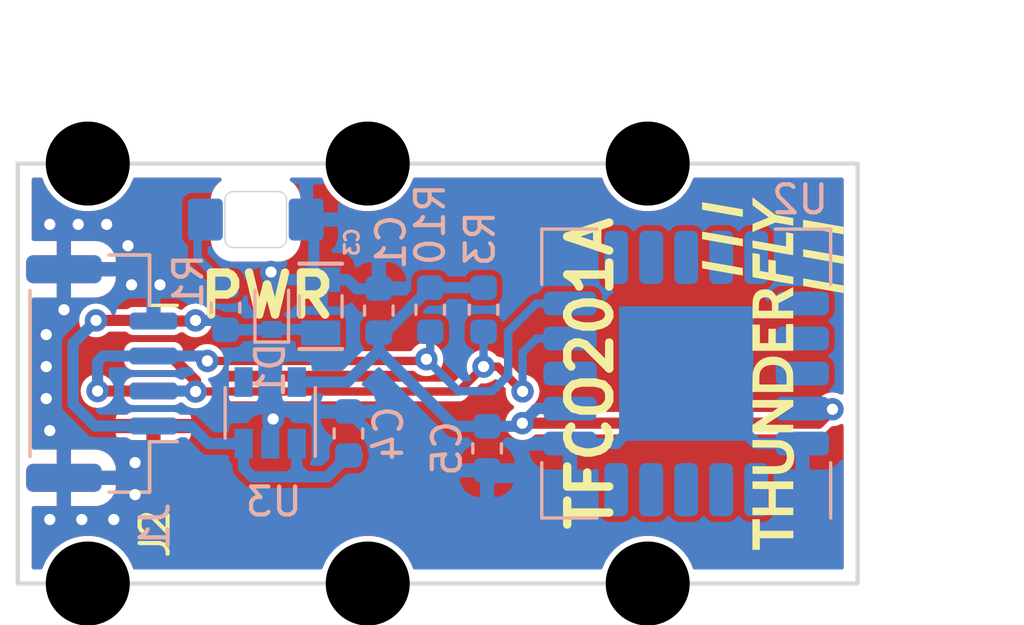
<source format=kicad_pcb>
(kicad_pcb (version 20221018) (generator pcbnew)
  (title_block (title "TFCO201A") (date "2023-10-01") (company "ThunderFly s.r.o.") (comment 1 "UAV CO2 concentration sensor. ") (comment 2 "kaklik  <info@thunderfly.cz>"))
  (layers (0 "F.Cu" jumper) (31 "B.Cu" signal) (34 "B.Paste" user) (35 "F.Paste" user) (36 "B.SilkS" user "B.Silkscreen") (37 "F.SilkS" user "F.Silkscreen") (38 "B.Mask" user) (39 "F.Mask" user) (44 "Edge.Cuts" user))
  (net 0 "")
  (net 1 "GND")
  (net 2 "Net-(D2-A)")
  (net 3 "+3V3")
  (net 4 "+5V")
  (net 5 "/SDA")
  (net 6 "/SCL")
  (footprint "MLAB_LOGA:TF 14x6,6" (layer "F.Cu") (at 159.55 112.710084 90)
    (fp_text reference "G***" hide)
    (fp_text value "LOGO" hide)
    (fp_poly (pts (xy -5.124078 -0.468329) (xy -5.53731 -0.468329) (xy -5.53731 0.725452) (xy -5.803615 0.725452) (xy -5.803615 -0.468329) (xy -6.216847 -0.468329) (xy -6.216847 -0.734635) (xy -5.124078 -0.734635)) (fill solid) (layer "F.SilkS"))
    (fp_poly (pts (xy 1.827405 -0.468329) (xy 1.166233 -0.468329) (xy 1.166233 -0.165583) (xy 1.42106 -0.163142) (xy 1.675886 -0.160701) (xy 1.680982 0.101013) (xy 1.166233 0.101013) (xy 1.166233 0.46833) (xy 1.845771 0.46833) (xy 1.845771 0.725452) (xy 0.890745 0.725452) (xy 0.890745 -0.734635) (xy 1.827405 -0.734635)) (fill solid) (layer "F.SilkS"))
    (fp_poly (pts (xy -3.774186 0.725452) (xy -4.049674 0.725452) (xy -4.049674 0.101013) (xy -4.710846 0.101013) (xy -4.710846 0.725452) (xy -4.977151 0.725452) (xy -4.977151 -0.734635) (xy -4.710846 -0.734635) (xy -4.710846 -0.15611) (xy -4.049936 -0.15611) (xy -4.047509 -0.443076) (xy -4.045083 -0.730043) (xy -3.909634 -0.732584) (xy -3.774186 -0.735126)) (fill solid) (layer "F.SilkS"))
    (fp_poly (pts (xy -0.867787 -0.730043) (xy -0.865436 -0.002295) (xy -0.863085 0.725452) (xy -1.09275 0.725452) (xy -1.42105 0.232976) (xy -1.749349 -0.259499) (xy -1.751724 0.232976) (xy -1.7541 0.725452) (xy -2.020245 0.725452) (xy -2.020245 -0.734635) (xy -1.889389 -0.73463) (xy -1.758532 -0.734625) (xy -1.450903 -0.269535) (xy -1.143275 0.195556) (xy -1.140895 -0.269784) (xy -1.138515 -0.735125)) (fill solid) (layer "F.SilkS"))
    (fp_poly (pts (xy 4.100542 -2.500304) (xy 4.098027 -2.485849) (xy 4.092589 -2.454782) (xy 4.084487 -2.408581) (xy 4.073981 -2.348721) (xy 4.06133 -2.27668) (xy 4.046794 -2.193935) (xy 4.030631 -2.101961) (xy 4.013102 -2.002236) (xy 3.994465 -1.896236) (xy 3.97498 -1.785438) (xy 3.972671 -1.772306) (xy 3.850728 -1.078995) (xy 3.716037 -1.076453) (xy 3.661304 -1.075775) (xy 3.622706 -1.076238) (xy 3.598035 -1.077993) (xy 3.585088 -1.081191) (xy 3.581636 -1.085636) (xy 3.583239 -1.096322) (xy 3.587795 -1.123703) (xy 3.595061 -1.16639) (xy 3.604797 -1.222993) (xy 3.616762 -1.292121) (xy 3.630713 -1.372383) (xy 3.646411 -1.462391) (xy 3.663612 -1.560753) (xy 3.682077 -1.66608) (xy 3.701563 -1.776981) (xy 3.708012 -1.81363) (xy 3.834098 -2.529899) (xy 4.106472 -2.534991)) (fill solid) (layer "F.SilkS"))
    (fp_poly (pts (xy 4.476586 1.076238) (xy 4.501275 1.07799) (xy 4.514239 1.081184) (xy 4.517705 1.085637) (xy 4.516099 1.096322) (xy 4.511539 1.123703) (xy 4.504267 1.166389) (xy 4.494523 1.222991) (xy 4.482549 1.292117) (xy 4.468587 1.372379) (xy 4.452878 1.462385) (xy 4.435664 1.560745) (xy 4.417186 1.666071) (xy 4.397686 1.77697) (xy 4.39123 1.81363) (xy 4.265055 2.529899) (xy 3.992879 2.534991) (xy 3.998827 2.500305) (xy 4.001344 2.485849) (xy 4.006781 2.454782) (xy 4.014878 2.408579) (xy 4.025378 2.348718) (xy 4.03802 2.276675) (xy 4.052545 2.193927) (xy 4.068694 2.101951) (xy 4.086209 2.002224) (xy 4.104829 1.896222) (xy 4.124295 1.785421) (xy 4.1266 1.772307) (xy 4.248424 1.078995) (xy 4.383214 1.076454) (xy 4.437967 1.075776)) (fill solid) (layer "F.SilkS"))
    (fp_poly (pts (xy 4.950768 -2.53329) (xy 4.995634 -2.532793) (xy 5.01549 -2.532447) (xy 5.148212 -2.529899) (xy 5.031054 -1.864136) (xy 5.01172 -1.754243) (xy 4.993096 -1.648327) (xy 4.975461 -1.547979) (xy 4.959095 -1.454791) (xy 4.944275 -1.370355) (xy 4.931282 -1.296262) (xy 4.920395 -1.234103) (xy 4.911893 -1.185472) (xy 4.906056 -1.151959) (xy 4.90337 -1.136388) (xy 4.892846 -1.074403) (xy 4.618667 -1.074403) (xy 4.623623 -1.095065) (xy 4.625964 -1.107204) (xy 4.631219 -1.136009) (xy 4.639135 -1.180057) (xy 4.649462 -1.237923) (xy 4.661945 -1.308183) (xy 4.676332 -1.389413) (xy 4.692371 -1.480189) (xy 4.70981 -1.579086) (xy 4.728396 -1.684681) (xy 4.747875 -1.795549) (xy 4.752562 -1.822249) (xy 4.772139 -1.933632) (xy 4.790844 -2.039692) (xy 4.808428 -2.13905) (xy 4.824645 -2.230329) (xy 4.839248 -2.312149) (xy 4.851991 -2.383132) (xy 4.862625 -2.4419) (xy 4.870906 -2.487075) (xy 4.876584 -2.517277) (xy 4.879415 -2.531129) (xy 4.879655 -2.531884) (xy 4.889445 -2.532822) (xy 4.914261 -2.533295)) (fill solid) (layer "F.SilkS"))
    (fp_poly (pts (xy 5.569735 1.095065) (xy 5.567438 1.107256) (xy 5.562241 1.13609) (xy 5.554401 1.180118) (xy 5.544173 1.237891) (xy 5.531811 1.30796) (xy 5.517572 1.388874) (xy 5.501711 1.479186) (xy 5.484483 1.577445) (xy 5.466143 1.682202) (xy 5.446946 1.792007) (xy 5.445575 1.799856) (xy 5.426306 1.910101) (xy 5.407861 2.015504) (xy 5.390497 2.114602) (xy 5.374471 2.205933) (xy 5.360041 2.288036) (xy 5.347463 2.359447) (xy 5.336996 2.418706) (xy 5.328896 2.46435) (xy 5.323421 2.494916) (xy 5.320827 2.508943) (xy 5.320767 2.509237) (xy 5.315461 2.534491) (xy 5.183038 2.534491) (xy 5.127905 2.534071) (xy 5.089112 2.532697) (xy 5.064651 2.530194) (xy 5.052514 2.526389) (xy 5.050275 2.523012) (xy 5.051773 2.512367) (xy 5.056216 2.485022) (xy 5.063365 2.442364) (xy 5.072982 2.385781) (xy 5.084828 2.31666) (xy 5.098664 2.236388) (xy 5.114251 2.146353) (xy 5.131351 2.047942) (xy 5.149725 1.942544) (xy 5.169134 1.831544) (xy 5.175893 1.792968) (xy 5.30185 1.074404) (xy 5.574392 1.074404)) (fill solid) (layer "F.SilkS"))
    (fp_poly (pts (xy 3.279489 1.075572) (xy 3.324327 1.076095) (xy 3.344383 1.076447) (xy 3.477293 1.078995) (xy 3.364404 1.721801) (xy 3.345295 1.830585) (xy 3.326771 1.93599) (xy 3.309131 2.036315) (xy 3.292675 2.12986) (xy 3.277702 2.214924) (xy 3.264512 2.289806) (xy 3.253403 2.352806) (xy 3.244676 2.402224) (xy 3.23863 2.436359) (xy 3.236279 2.449548) (xy 3.221042 2.534491) (xy 3.088974 2.534491) (xy 3.037353 2.534385) (xy 3.001305 2.533793) (xy 2.978036 2.5323) (xy 2.964754 2.529489) (xy 2.958664 2.524947) (xy 2.956975 2.518257) (xy 2.956906 2.514869) (xy 2.958446 2.5032) (xy 2.962873 2.475318) (xy 2.969895 2.432886) (xy 2.979221 2.377573) (xy 2.990558 2.311042) (xy 3.003616 2.234961) (xy 3.018103 2.150994) (xy 3.033727 2.060808) (xy 3.050196 1.966068) (xy 3.06722 1.86844) (xy 3.084507 1.76959) (xy 3.101764 1.671184) (xy 3.118702 1.574887) (xy 3.135027 1.482364) (xy 3.150448 1.395283) (xy 3.164675 1.315308) (xy 3.177415 1.244105) (xy 3.188377 1.183341) (xy 3.197269 1.13468) (xy 3.203799 1.099789) (xy 3.207677 1.080333) (xy 3.208609 1.076762) (xy 3.218307 1.075913) (xy 3.243041 1.075514)) (fill solid) (layer "F.SilkS"))
    (fp_poly (pts (xy 6.112598 -2.534042) (xy 6.152429 -2.532809) (xy 6.18175 -2.53096) (xy 6.197315 -2.528661) (xy 6.19897 -2.527603) (xy 6.197499 -2.517692) (xy 6.193088 -2.491063) (xy 6.185975 -2.449088) (xy 6.176397 -2.393139) (xy 6.164589 -2.324586) (xy 6.15079 -2.244801) (xy 6.135236 -2.155156) (xy 6.118164 -2.057022) (xy 6.099811 -1.951771) (xy 6.080414 -1.840773) (xy 6.072851 -1.797559) (xy 5.946244 -1.074403) (xy 5.673595 -1.074403) (xy 5.678877 -1.099656) (xy 5.681278 -1.1126) (xy 5.686576 -1.142174) (xy 5.694515 -1.186917) (xy 5.704837 -1.245367) (xy 5.717286 -1.316061) (xy 5.731604 -1.397538) (xy 5.747534 -1.488335) (xy 5.764818 -1.58699) (xy 5.7832 -1.692041) (xy 5.802423 -1.802027) (xy 5.803647 -1.809038) (xy 5.822892 -1.919143) (xy 5.8413 -2.024302) (xy 5.858615 -2.123064) (xy 5.874582 -2.21398) (xy 5.888945 -2.2956) (xy 5.901449 -2.366476) (xy 5.911839 -2.425158) (xy 5.91986 -2.470197) (xy 5.925255 -2.500143) (xy 5.92777 -2.513547) (xy 5.927832 -2.513828) (xy 5.930312 -2.521882) (xy 5.935403 -2.527514) (xy 5.945989 -2.531156) (xy 5.964956 -2.533241) (xy 5.995192 -2.534204) (xy 6.039582 -2.534477) (xy 6.065504 -2.53449)) (fill solid) (layer "F.SilkS"))
    (fp_poly (pts (xy 4.782627 -0.732828) (xy 4.812324 -0.73184) (xy 4.828336 -0.730216) (xy 4.830225 -0.729277) (xy 4.828674 -0.718833) (xy 4.824241 -0.692159) (xy 4.817249 -0.651107) (xy 4.808025 -0.597531) (xy 4.796895 -0.533283) (xy 4.784184 -0.460216) (xy 4.770218 -0.380184) (xy 4.755322 -0.295038) (xy 4.739823 -0.206633) (xy 4.724045 -0.116821) (xy 4.708315 -0.027455) (xy 4.692958 0.059613) (xy 4.678299 0.142528) (xy 4.664666 0.219439) (xy 4.652382 0.288493) (xy 4.641774 0.347835) (xy 4.633168 0.395614) (xy 4.626889 0.429977) (xy 4.623263 0.449071) (xy 4.622562 0.45226) (xy 4.622162 0.457008) (xy 4.62543 0.460719) (xy 4.634327 0.46352) (xy 4.650813 0.465538) (xy 4.67685 0.4669) (xy 4.714398 0.467733) (xy 4.765418 0.468163) (xy 4.831872 0.468317) (xy 4.871104 0.46833) (xy 5.124428 0.46833) (xy 5.119955 0.488992) (xy 5.116411 0.507125) (xy 5.110771 0.537901) (xy 5.104027 0.575855) (xy 5.10116 0.5923) (xy 5.094142 0.632369) (xy 5.087727 0.668239) (xy 5.082959 0.694092) (xy 5.081772 0.700199) (xy 5.076705 0.725452) (xy 4.691751 0.725452) (xy 4.593628 0.725342) (xy 4.512522 0.724984) (xy 4.447087 0.724338) (xy 4.395976 0.723365) (xy 4.35784 0.722023) (xy 4.331334 0.720273) (xy 4.31511 0.718075) (xy 4.307821 0.715388) (xy 4.307097 0.713974) (xy 4.308703 0.703327) (xy 4.313262 0.675985) (xy 4.320534 0.633336) (xy 4.330278 0.57677) (xy 4.342251 0.507676) (xy 4.356212 0.427445) (xy 4.37192 0.337464) (xy 4.389133 0.239125) (xy 4.40761 0.133816) (xy 4.427109 0.022927) (xy 4.433572 -0.013774) (xy 4.559747 -0.730043) (xy 4.694986 -0.732584) (xy 4.742447 -0.733102)) (fill solid) (layer "F.SilkS"))
    (fp_poly (pts (xy -0.245643 -0.732135) (xy -0.15679 -0.730815) (xy -0.084079 -0.729494) (xy -0.025287 -0.72804) (xy 0.021811 -0.726321) (xy 0.059437 -0.724206) (xy 0.089814 -0.721561) (xy 0.115167 -0.718255) (xy 0.137719 -0.714157) (xy 0.159692 -0.709133) (xy 0.165293 -0.707733) (xy 0.274807 -0.671415) (xy 0.372725 -0.62111) (xy 0.45846 -0.557398) (xy 0.531423 -0.480854) (xy 0.591028 -0.392058) (xy 0.636687 -0.291586) (xy 0.657717 -0.223746) (xy 0.674082 -0.138423) (xy 0.682268 -0.04402) (xy 0.682203 0.052677) (xy 0.673816 0.144878) (xy 0.662205 0.206245) (xy 0.627451 0.313968) (xy 0.578341 0.411575) (xy 0.51575 0.497946) (xy 0.440558 0.571964) (xy 0.353641 0.632509) (xy 0.30948 0.655759) (xy 0.277146 0.671003) (xy 0.24847 0.683599) (xy 0.221295 0.69382) (xy 0.193463 0.701939) (xy 0.162819 0.708229) (xy 0.127204 0.712962) (xy 0.084464 0.716411) (xy 0.032439 0.718849) (xy -0.031025 0.720549) (xy -0.108086 0.721783) (xy -0.200901 0.722823) (xy -0.222686 0.723043) (xy -0.578524 0.72662) (xy -0.578524 0.486696) (xy -0.312219 0.486696) (xy -0.142787 0.486696) (xy -0.084937 0.48613) (xy -0.029879 0.48456) (xy 0.01832 0.482179) (xy 0.055594 0.479181) (xy 0.075308 0.476363) (xy 0.153468 0.450926) (xy 0.221789 0.410325) (xy 0.279514 0.355358) (xy 0.325886 0.286826) (xy 0.360147 0.205526) (xy 0.371722 0.163675) (xy 0.380774 0.107602) (xy 0.385203 0.040431) (xy 0.385084 -0.031182) (xy 0.380494 -0.100581) (xy 0.371506 -0.16111) (xy 0.367884 -0.176855) (xy 0.348725 -0.240423) (xy 0.325818 -0.291709) (xy 0.295975 -0.336788) (xy 0.265685 -0.371707) (xy 0.230185 -0.405844) (xy 0.193765 -0.432775) (xy 0.153725 -0.453271) (xy 0.107371 -0.468105) (xy 0.052004 -0.478049) (xy -0.015071 -0.483875) (xy -0.096552 -0.486356) (xy -0.135448 -0.486586) (xy -0.312219 -0.486695) (xy -0.312219 0.486696) (xy -0.578524 0.486696) (xy -0.578524 -0.736784)) (fill solid) (layer "F.SilkS"))
    (fp_poly (pts (xy 2.373789 -0.729308) (xy 2.470002 -0.728908) (xy 2.550029 -0.728018) (xy 2.61605 -0.726386) (xy 2.670243 -0.723758) (xy 2.714789 -0.719882) (xy 2.751866 -0.714504) (xy 2.783652 -0.707372) (xy 2.812328 -0.698232) (xy 2.840072 -0.686831) (xy 2.869064 -0.672916) (xy 2.871964 -0.671453) (xy 2.944665 -0.625443) (xy 3.002676 -0.568439) (xy 3.04593 -0.50052) (xy 3.072657 -0.428382) (xy 3.081213 -0.380529) (xy 3.085343 -0.322349) (xy 3.085175 -0.260093) (xy 3.080837 -0.200013) (xy 3.072457 -0.14836) (xy 3.066487 -0.126737) (xy 3.031103 -0.049643) (xy 2.980474 0.017372) (xy 2.915067 0.073737) (xy 2.888034 0.091287) (xy 2.865606 0.104875) (xy 2.850793 0.11403) (xy 2.847992 0.115865) (xy 2.851434 0.12422) (xy 2.862684 0.146916) (xy 2.880798 0.182148) (xy 2.904833 0.228112) (xy 2.933844 0.283002) (xy 2.966887 0.345014) (xy 3.003018 0.412342) (xy 3.004102 0.414355) (xy 3.040564 0.482106) (xy 3.074258 0.54481) (xy 3.104195 0.600616) (xy 3.129385 0.647676) (xy 3.148838 0.684141) (xy 3.161564 0.708161) (xy 3.166574 0.717887) (xy 3.166583 0.717909) (xy 3.158959 0.720414) (xy 3.135916 0.722567) (xy 3.1004 0.724219) (xy 3.055355 0.725219) (xy 3.018148 0.725452) (xy 2.866651 0.725452) (xy 2.729799 0.461443) (xy 2.592947 0.197433) (xy 2.323283 0.192351) (xy 2.323283 0.725452) (xy 2.047685 0.725452) (xy 2.050036 -0.002295) (xy 2.05014 -0.034575) (xy 2.323283 -0.034575) (xy 2.472506 -0.038961) (xy 2.540111 -0.041636) (xy 2.591832 -0.045341) (xy 2.630133 -0.050331) (xy 2.65748 -0.056861) (xy 2.662421 -0.058585) (xy 2.719568 -0.087484) (xy 2.761544 -0.126152) (xy 2.788953 -0.175488) (xy 2.8024 -0.236394) (xy 2.804072 -0.269993) (xy 2.797254 -0.338326) (xy 2.776333 -0.395379) (xy 2.741593 -0.440693) (xy 2.693318 -0.473809) (xy 2.672105 -0.48287) (xy 2.647131 -0.48968) (xy 2.611918 -0.494969) (xy 2.564025 -0.498986) (xy 2.501007 -0.50198) (xy 2.477097 -0.502767) (xy 2.323283 -0.50741) (xy 2.323283 -0.034575) (xy 2.05014 -0.034575) (xy 2.052387 -0.730043)) (fill solid) (layer "F.SilkS"))
    (fp_poly (pts (xy -3.232393 -0.303947) (xy -3.232169 -0.200347) (xy -3.231521 -0.104811) (xy -3.23048 -0.018993) (xy -3.229079 0.055449) (xy -3.227351 0.11686) (xy -3.225329 0.163585) (xy -3.223044 0.193966) (xy -3.222508 0.1983) (xy -3.205366 0.282892) (xy -3.179112 0.351934) (xy -3.142847 0.406305) (xy -3.095667 0.446884) (xy -3.036671 0.474548) (xy -2.964957 0.490179) (xy -2.919136 0.493992) (xy -2.835386 0.492175) (xy -2.76487 0.478132) (xy -2.706444 0.451066) (xy -2.658966 0.410182) (xy -2.621295 0.354685) (xy -2.592288 0.283778) (xy -2.585752 0.261738) (xy -2.581711 0.245953) (xy -2.578297 0.229099) (xy -2.575442 0.209469) (xy -2.573075 0.18536) (xy -2.571129 0.155068) (xy -2.569533 0.116887) (xy -2.568219 0.069113) (xy -2.567117 0.010042) (xy -2.56616 -0.062032) (xy -2.565277 -0.148812) (xy -2.564399 -0.252004) (xy -2.564267 -0.268601) (xy -2.560577 -0.734635) (xy -2.294736 -0.734635) (xy -2.297964 -0.227277) (xy -2.298679 -0.117758) (xy -2.299362 -0.024978) (xy -2.30008 0.052687) (xy -2.300901 0.116865) (xy -2.301895 0.169181) (xy -2.303127 0.211261) (xy -2.304668 0.244731) (xy -2.306583 0.271217) (xy -2.308942 0.292344) (xy -2.311813 0.309738) (xy -2.315263 0.325027) (xy -2.31936 0.339834) (xy -2.322047 0.348802) (xy -2.360463 0.448812) (xy -2.410788 0.535705) (xy -2.472479 0.608903) (xy -2.544994 0.66783) (xy -2.62779 0.711905) (xy -2.680221 0.730411) (xy -2.715297 0.738672) (xy -2.761245 0.746735) (xy -2.811522 0.75373) (xy -2.859587 0.758792) (xy -2.898899 0.761053) (xy -2.910749 0.760977) (xy -2.936933 0.759266) (xy -2.973014 0.756005) (xy -3.006863 0.752384) (xy -3.107178 0.732501) (xy -3.198235 0.697583) (xy -3.278955 0.648362) (xy -3.348259 0.58557) (xy -3.405068 0.50994) (xy -3.429392 0.465618) (xy -3.445701 0.430323) (xy -3.459661 0.395167) (xy -3.471435 0.358473) (xy -3.481186 0.318565) (xy -3.489078 0.273763) (xy -3.495273 0.222392) (xy -3.499936 0.162773) (xy -3.503228 0.093228) (xy -3.505313 0.012082) (xy -3.506354 -0.082345) (xy -3.506515 -0.191729) (xy -3.505958 -0.317747) (xy -3.505934 -0.321402) (xy -3.503289 -0.730043) (xy -3.367841 -0.732584) (xy -3.232393 -0.735126)) (fill solid) (layer "F.SilkS"))
    (fp_poly (pts (xy 6.217127 -0.732954) (xy 6.238941 -0.732595) (xy 6.375014 -0.730043) (xy 6.069245 -0.335177) (xy 6.011242 -0.260144) (xy 5.956392 -0.188939) (xy 5.905775 -0.122983) (xy 5.860469 -0.063694) (xy 5.821557 -0.012491) (xy 5.790117 0.029207) (xy 5.767229 0.059982) (xy 5.753973 0.078413) (xy 5.751246 0.082647) (xy 5.74674 0.097086) (xy 5.739683 0.127285) (xy 5.730547 0.170887) (xy 5.7198 0.225536) (xy 5.70791 0.288874) (xy 5.695348 0.358546) (xy 5.688192 0.399458) (xy 5.67572 0.471228) (xy 5.664067 0.537643) (xy 5.653642 0.59642) (xy 5.644855 0.645273) (xy 5.638115 0.681919) (xy 5.633832 0.704073) (xy 5.632635 0.709382) (xy 5.629051 0.715717) (xy 5.620765 0.720145) (xy 5.604941 0.723001) (xy 5.578743 0.724615) (xy 5.539334 0.72532) (xy 5.495369 0.725452) (xy 5.448408 0.725081) (xy 5.408764 0.724061) (xy 5.379674 0.722531) (xy 5.364372 0.72063) (xy 5.362835 0.719766) (xy 5.364368 0.709701) (xy 5.368727 0.683652) (xy 5.375549 0.64372) (xy 5.384471 0.592008) (xy 5.395131 0.530618) (xy 5.407166 0.461653) (xy 5.418071 0.39942) (xy 5.473307 0.08476) (xy 5.303284 -0.320088) (xy 5.269233 -0.401271) (xy 5.237457 -0.477229) (xy 5.208647 -0.546298) (xy 5.183493 -0.60681) (xy 5.162687 -0.657101) (xy 5.14692 -0.695505) (xy 5.136882 -0.720355) (xy 5.133264 -0.729987) (xy 5.133261 -0.730018) (xy 5.141923 -0.731601) (xy 5.165835 -0.73266) (xy 5.201888 -0.73314) (xy 5.246973 -0.732985) (xy 5.276675 -0.732572) (xy 5.420088 -0.730043) (xy 5.536093 -0.443289) (xy 5.563725 -0.37531) (xy 5.589272 -0.313092) (xy 5.611904 -0.2586) (xy 5.630795 -0.213802) (xy 5.645117 -0.180664) (xy 5.654044 -0.161152) (xy 5.656689 -0.156641) (xy 5.662979 -0.163797) (xy 5.678949 -0.184151) (xy 5.703394 -0.216109) (xy 5.73511 -0.258076) (xy 5.772892 -0.308457) (xy 5.815537 -0.365657) (xy 5.86184 -0.428081) (xy 5.872272 -0.442186) (xy 5.919428 -0.505742) (xy 5.963414 -0.564569) (xy 6.00299 -0.617042) (xy 6.036915 -0.661537) (xy 6.06395 -0.696429) (xy 6.082853 -0.720093) (xy 6.092385 -0.730905) (xy 6.093066 -0.731386) (xy 6.105306 -0.732547) (xy 6.132401 -0.733215) (xy 6.170843 -0.73336)) (fill solid) (layer "F.SilkS"))
    (fp_poly (pts (xy 4.153192 -0.734468) (xy 4.218971 -0.7341) (xy 4.276577 -0.73353) (xy 4.323799 -0.732754) (xy 4.358426 -0.731764) (xy 4.378246 -0.730554) (xy 4.382084 -0.72975) (xy 4.382354 -0.719407) (xy 4.379671 -0.69449) (xy 4.374499 -0.658472) (xy 4.367298 -0.614826) (xy 4.365298 -0.603485) (xy 4.357308 -0.558261) (xy 4.350638 -0.519621) (xy 4.345891 -0.49112) (xy 4.343669 -0.476315) (xy 4.343579 -0.475217) (xy 4.334743 -0.473555) (xy 4.309702 -0.472037) (xy 4.270613 -0.470714) (xy 4.219637 -0.469634) (xy 4.158933 -0.468849) (xy 4.090659 -0.468408) (xy 4.045735 -0.468329) (xy 3.74794 -0.468329) (xy 3.738384 -0.420119) (xy 3.73227 -0.388081) (xy 3.724508 -0.345759) (xy 3.716527 -0.300975) (xy 3.714483 -0.289262) (xy 3.707563 -0.249939) (xy 3.701339 -0.215546) (xy 3.696807 -0.191543) (xy 3.695664 -0.185954) (xy 3.691191 -0.165293) (xy 3.920939 -0.165293) (xy 3.995237 -0.165088) (xy 4.052851 -0.16442) (xy 4.095458 -0.163204) (xy 4.124738 -0.161357) (xy 4.142368 -0.158793) (xy 4.150026 -0.155431) (xy 4.150673 -0.153814) (xy 4.149088 -0.14117) (xy 4.144857 -0.114825) (xy 4.138755 -0.079122) (xy 4.131554 -0.038404) (xy 4.124029 0.002983) (xy 4.116952 0.040698) (xy 4.111096 0.070396) (xy 4.108985 0.080351) (xy 4.104423 0.101013) (xy 3.645976 0.101013) (xy 3.641288 0.121674) (xy 3.638527 0.136005) (xy 3.633143 0.165832) (xy 3.625593 0.208545) (xy 3.616336 0.261535) (xy 3.60583 0.322192) (xy 3.594915 0.385684) (xy 3.583314 0.453127) (xy 3.572217 0.517118) (xy 3.562151 0.574659) (xy 3.553642 0.622754) (xy 3.547217 0.658406) (xy 3.543679 0.677242) (xy 3.534129 0.725452) (xy 3.401627 0.725452) (xy 3.349276 0.725225) (xy 3.31261 0.724347) (xy 3.288955 0.722519) (xy 3.275634 0.719446) (xy 3.269969 0.714829) (xy 3.269126 0.710744) (xy 3.270682 0.699022) (xy 3.275155 0.671047) (xy 3.282249 0.628491) (xy 3.291669 0.573028) (xy 3.30312 0.506329) (xy 3.316308 0.430068) (xy 3.330937 0.345917) (xy 3.346712 0.255548) (xy 3.363339 0.160635) (xy 3.380522 0.06285) (xy 3.397966 -0.036135) (xy 3.415377 -0.134647) (xy 3.432458 -0.231013) (xy 3.448917 -0.323561) (xy 3.464456 -0.410618) (xy 3.478782 -0.490511) (xy 3.491599 -0.561568) (xy 3.502613 -0.622116) (xy 3.511528 -0.670482) (xy 3.518049 -0.704995) (xy 3.521882 -0.723981) (xy 3.522726 -0.727183) (xy 3.532444 -0.728583) (xy 3.558316 -0.729856) (xy 3.59813 -0.730994) (xy 3.649675 -0.731991) (xy 3.71074 -0.732841) (xy 3.779112 -0.733536) (xy 3.852581 -0.73407) (xy 3.928935 -0.734438) (xy 4.005963 -0.734631) (xy 4.081452 -0.734643)) (fill solid) (layer "F.SilkS"))
  )
  (footprint "Mlab_Mechanical:dira_3mm" (layer "F.Cu") (at 145.075 105.131)
    (fp_text reference "M4" hide)
    (fp_text value "M3" hide)
    (pad "" np_thru_hole circle locked (at 0 0) (size 3 3) (drill 3) (layers "*.Mask"))
  )
  (footprint "Connector_JST:JST_GH_SM04B-GHS-TB_1x04-1MP_P1.25mm_Horizontal" (layer "F.Cu") (at 135.5722 112.631 -90)
    (fp_text reference "J2" (at 5.722 -1.899 90) (layer "F.SilkS"))
    (fp_text value "SM04B-GHS-TB" hide)
    (fp_line (start -4.235 -1.71) (end -2.435 -1.71) (stroke (width 0.12)) (layer "F.SilkS"))
    (fp_line (start -4.235 -0.26) (end -4.235 -1.71) (stroke (width 0.12)) (layer "F.SilkS"))
    (fp_line (start -2.965 2.56) (end 2.965 2.56) (stroke (width 0.12)) (layer "F.SilkS"))
    (fp_line (start -2.435 -1.71) (end -2.435 -2.7) (stroke (width 0.12)) (layer "F.SilkS"))
    (fp_line (start 4.235 -1.71) (end 2.435 -1.71) (stroke (width 0.12)) (layer "F.SilkS"))
    (fp_line (start 4.235 -0.26) (end 4.235 -1.71) (stroke (width 0.12)) (layer "F.SilkS"))
    (pad "1" smd roundrect locked (at -1.875 -1.85 270) (size 0.6 1.7) (layers "F.Cu" "F.Paste" "F.Mask") (net 4 "+5V"))
    (pad "2" smd roundrect locked (at -0.625 -1.85 270) (size 0.6 1.7) (layers "F.Cu" "F.Paste" "F.Mask") (net 6 "/SCL"))
    (pad "3" smd roundrect locked (at 0.625 -1.85 270) (size 0.6 1.7) (layers "F.Cu" "F.Paste" "F.Mask") (net 5 "/SDA"))
    (pad "4" smd roundrect locked (at 1.875 -1.85 270) (size 0.6 1.7) (layers "F.Cu" "F.Paste" "F.Mask") (net 1 "GND"))
    (pad "MP" smd roundrect locked (at -3.725 1.35 270) (size 1 2.7) (layers "F.Cu" "F.Paste" "F.Mask") (net 1 "GND"))
    (pad "MP" smd roundrect locked (at 3.725 1.35 270) (size 1 2.7) (layers "F.Cu" "F.Paste" "F.Mask") (net 1 "GND"))
  )
  (footprint "Mlab_Mechanical:dira_3mm" (layer "F.Cu") (at 145.075 120.131)
    (fp_text reference "M2" hide)
    (fp_text value "M3" hide)
    (pad "" np_thru_hole circle locked (at 0 0) (size 3 3) (drill 3) (layers "*.Mask"))
  )
  (footprint "Mlab_Mechanical:dira_3mm" (layer "F.Cu") (at 135.075 105.131)
    (fp_text reference "M6" hide)
    (fp_text value "M3" hide)
    (pad "" np_thru_hole circle locked (at 0 0) (size 3 3) (drill 3) (layers "*.Mask"))
  )
  (footprint "Mlab_Mechanical:dira_3mm" (layer "F.Cu") (at 155.075 120.131)
    (fp_text reference "M5" hide)
    (fp_text value "M3" hide)
    (pad "" np_thru_hole circle locked (at 0 0) (size 3 3) (drill 3) (layers "*.Mask"))
  )
  (footprint "Mlab_Mechanical:dira_3mm" (layer "F.Cu") (at 155.075 105.131)
    (fp_text reference "M1" hide)
    (fp_text value "M3" hide)
    (pad "" np_thru_hole circle locked (at 0 0) (size 3 3) (drill 3) (layers "*.Mask"))
  )
  (footprint "Mlab_Mechanical:dira_3mm" (layer "F.Cu") (at 135.075 120.131)
    (fp_text reference "M3" hide)
    (fp_text value "M3" hide)
    (pad "" np_thru_hole circle locked (at 0 0) (size 3 3) (drill 3) (layers "*.Mask"))
  )
  (footprint "Mlab_D:LED_1206_mill" (layer "B.Cu") (at 141.075 107.131)
    (fp_text reference "D2" hide)
    (fp_text value "LED GREEN" hide)
    (fp_line (start -1.1 0.7) (end -1.1 -0.7) (stroke (width 0.05)) (layer "Edge.Cuts"))
    (fp_line (start -0.8 -1) (end 0.8 -1) (stroke (width 0.05)) (layer "Edge.Cuts"))
    (fp_line (start 0.8 1) (end -0.8 1) (stroke (width 0.05)) (layer "Edge.Cuts"))
    (fp_line (start 1.1 -0.7) (end 1.1 0.7) (stroke (width 0.05)) (layer "Edge.Cuts"))
    (fp_arc (start -1.1 -0.7) (mid -1.012132 -0.912132) (end -0.8 -1) (stroke (width 0.05)) (layer "Edge.Cuts"))
    (fp_arc (start -0.8 1) (mid -1.012132 0.912132) (end -1.1 0.7) (stroke (width 0.05)) (layer "Edge.Cuts"))
    (fp_arc (start 0.8 -1) (mid 1.012132 -0.912132) (end 1.1 -0.7) (stroke (width 0.05)) (layer "Edge.Cuts"))
    (fp_arc (start 1.1 0.7) (mid 1.012132 0.912132) (end 0.8 1) (stroke (width 0.05)) (layer "Edge.Cuts"))
    (pad "1" smd roundrect locked (at 1.8 0 180) (size 1.25 1.5) (layers "B.Cu" "B.Paste" "B.Mask") (roundrect_rratio 0.1333336) (net 1 "GND"))
    (pad "2" smd roundrect locked (at -1.8 0) (size 1.25 1.5) (layers "B.Cu" "B.Paste" "B.Mask") (roundrect_rratio 0.1333336) (net 2 "Net-(D2-A)"))
  )
  (footprint "Mlab_R:SMD-0603" (layer "B.Cu") (at 144.386 114.7715 90)
    (fp_text reference "C4" (at 0 1.43 90) (layer "B.SilkS") (effects (justify mirror)))
    (fp_text value "100nF" hide)
    (fp_line (start -0.162779 -0.51) (end 0.162779 -0.51) (stroke (width 0.12)) (layer "B.SilkS"))
    (fp_line (start -0.162779 0.51) (end 0.162779 0.51) (stroke (width 0.12)) (layer "B.SilkS"))
    (pad "1" smd roundrect (at -0.7875 0 90) (size 0.875 0.95) (layers "B.Cu" "B.Paste" "B.Mask") (net 4 "+5V"))
    (pad "2" smd roundrect (at 0.7875 0 90) (size 0.875 0.95) (layers "B.Cu" "B.Paste" "B.Mask") (net 1 "GND"))
  )
  (footprint "Diode_SMD:D_SOD-523" (layer "B.Cu") (at 141.646 110.356 90)
    (fp_text reference "D1" (at -2.155 -0.054 270) (layer "B.SilkS") (effects (justify mirror)))
    (fp_text value "BZX585-B5V6.115" hide)
    (fp_line (start -1.15 0.6) (end -1.15 -0.6) (stroke (width 0.12)) (layer "B.SilkS"))
    (fp_line (start 0.7 -0.6) (end -1.15 -0.6) (stroke (width 0.12)) (layer "B.SilkS"))
    (fp_line (start 0.7 0.6) (end -1.15 0.6) (stroke (width 0.12)) (layer "B.SilkS"))
    (pad "1" smd rect (at -0.7 0 270) (size 0.6 0.7) (layers "B.Cu" "B.Paste" "B.Mask") (net 4 "+5V"))
    (pad "2" smd rect (at 0.7 0 270) (size 0.6 0.7) (layers "B.Cu" "B.Paste" "B.Mask") (net 1 "GND"))
  )
  (footprint "Connector_JST:JST_GH_SM04B-GHS-TB_1x04-1MP_P1.25mm_Horizontal" (layer "B.Cu") (at 135.5722 112.631 90)
    (fp_text reference "J1" (at -5.468 1.899 90) (layer "B.SilkS") (effects (justify mirror)))
    (fp_text value "SM04B-GHS-TB" hide)
    (fp_line (start -4.235 0.26) (end -4.235 1.71) (stroke (width 0.12)) (layer "B.SilkS"))
    (fp_line (start -4.235 1.71) (end -2.435 1.71) (stroke (width 0.12)) (layer "B.SilkS"))
    (fp_line (start -2.965 -2.56) (end 2.965 -2.56) (stroke (width 0.12)) (layer "B.SilkS"))
    (fp_line (start -2.435 1.71) (end -2.435 2.7) (stroke (width 0.12)) (layer "B.SilkS"))
    (fp_line (start 4.235 0.26) (end 4.235 1.71) (stroke (width 0.12)) (layer "B.SilkS"))
    (fp_line (start 4.235 1.71) (end 2.435 1.71) (stroke (width 0.12)) (layer "B.SilkS"))
    (pad "1" smd roundrect locked (at -1.875 1.85 90) (size 0.6 1.7) (layers "B.Cu" "B.Paste" "B.Mask") (net 4 "+5V"))
    (pad "2" smd roundrect locked (at -0.625 1.85 90) (size 0.6 1.7) (layers "B.Cu" "B.Paste" "B.Mask") (net 6 "/SCL"))
    (pad "3" smd roundrect locked (at 0.625 1.85 90) (size 0.6 1.7) (layers "B.Cu" "B.Paste" "B.Mask") (net 5 "/SDA"))
    (pad "4" smd roundrect locked (at 1.875 1.85 90) (size 0.6 1.7) (layers "B.Cu" "B.Paste" "B.Mask") (net 1 "GND"))
    (pad "MP" smd roundrect locked (at -3.725 -1.35 90) (size 1 2.7) (layers "B.Cu" "B.Paste" "B.Mask") (net 1 "GND"))
    (pad "MP" smd roundrect locked (at 3.725 -1.35 90) (size 1 2.7) (layers "B.Cu" "B.Paste" "B.Mask") (net 1 "GND"))
  )
  (footprint "Mlab_R:SMD-0603" (layer "B.Cu") (at 149.339 115.305 -90)
    (fp_text reference "C5" (at 0 1.43 90) (layer "B.SilkS") (effects (justify mirror)))
    (fp_text value "100nF" hide)
    (fp_line (start -0.162779 -0.51) (end 0.162779 -0.51) (stroke (width 0.12)) (layer "B.SilkS"))
    (fp_line (start -0.162779 0.51) (end 0.162779 0.51) (stroke (width 0.12)) (layer "B.SilkS"))
    (pad "1" smd roundrect (at -0.7875 0 270) (size 0.875 0.95) (layers "B.Cu" "B.Paste" "B.Mask") (net 3 "+3V3"))
    (pad "2" smd roundrect (at 0.7875 0 270) (size 0.875 0.95) (layers "B.Cu" "B.Paste" "B.Mask") (net 1 "GND"))
  )
  (footprint "Mlab_R:SMD-0603" (layer "B.Cu") (at 145.471 110.381 90)
    (fp_text reference "C1" (at 2.442 0.439 270) (layer "B.SilkS") (effects (justify mirror)))
    (fp_text value "1uF" hide)
    (fp_line (start -0.162779 -0.51) (end 0.162779 -0.51) (stroke (width 0.12)) (layer "B.SilkS"))
    (fp_line (start -0.162779 0.51) (end 0.162779 0.51) (stroke (width 0.12)) (layer "B.SilkS"))
    (pad "1" smd roundrect (at -0.7875 0 90) (size 0.875 0.95) (layers "B.Cu" "B.Paste" "B.Mask") (net 3 "+3V3"))
    (pad "2" smd roundrect (at 0.7875 0 90) (size 0.875 0.95) (layers "B.Cu" "B.Paste" "B.Mask") (net 1 "GND"))
  )
  (footprint "Mlab_R:SMD-0805" (layer "B.Cu") (at 143.396 110.231 90)
    (fp_text reference "C3")
    (fp_text value "10uF" hide)
    (fp_text user "${REFERENCE}" (at 2.292 1.117 90) (layer "B.SilkS") (effects (font (size 0.50038 0.50038) (thickness 0.10922)) (justify mirror)))
    (fp_line (start -1.524 -0.762) (end -1.524 0.762) (stroke (width 0.15)) (layer "B.SilkS"))
    (fp_line (start -0.381 -0.762) (end 0.381 -0.762) (stroke (width 0.12)) (layer "B.SilkS"))
    (fp_line (start -0.381 0.762) (end 0.381 0.762) (stroke (width 0.12)) (layer "B.SilkS"))
    (fp_line (start 1.524 0.762) (end 1.524 -0.762) (stroke (width 0.15)) (layer "B.SilkS"))
    (pad "1" smd rect (at -0.9525 0 90) (size 0.889 1.397) (layers "B.Cu" "B.Paste" "B.Mask") (net 4 "+5V"))
    (pad "2" smd rect (at 0.9525 0 90) (size 0.889 1.397) (layers "B.Cu" "B.Paste" "B.Mask") (net 1 "GND"))
  )
  (footprint "Package_TO_SOT_SMD:SOT-23-5" (layer "B.Cu") (at 141.592 114.035 90)
    (fp_text reference "U3" (at -3.175 0.127 180) (layer "B.SilkS") (effects (justify mirror)))
    (fp_text value "MIC5504-3.3YM5" hide)
    (fp_line (start -0.9 -1.61) (end 0.9 -1.61) (stroke (width 0.12)) (layer "B.SilkS"))
    (fp_line (start 0.9 1.61) (end -1.55 1.61) (stroke (width 0.12)) (layer "B.SilkS"))
    (pad "1" smd rect (at -1.1 0.95 90) (size 1.06 0.65) (layers "B.Cu" "B.Paste" "B.Mask") (net 4 "+5V"))
    (pad "2" smd rect (at -1.1 0 90) (size 1.06 0.65) (layers "B.Cu" "B.Paste" "B.Mask") (net 1 "GND"))
    (pad "3" smd rect (at -1.1 -0.95 90) (size 1.06 0.65) (layers "B.Cu" "B.Paste" "B.Mask") (net 4 "+5V"))
    (pad "4" smd rect (at 1.1 -0.95 90) (size 1.06 0.65) (layers "B.Cu" "B.Paste" "B.Mask"))
    (pad "5" smd rect (at 1.1 0.95 90) (size 1.06 0.65) (layers "B.Cu" "B.Paste" "B.Mask") (net 3 "+3V3"))
  )
  (footprint "Mlab_R:SMD-0603" (layer "B.Cu") (at 149.212 110.352 -90)
    (fp_text reference "R3" (at -2.54 0.127 90) (layer "B.SilkS") (effects (justify mirror)))
    (fp_text value "10k" hide)
    (fp_line (start -0.162779 -0.51) (end 0.162779 -0.51) (stroke (width 0.12)) (layer "B.SilkS"))
    (fp_line (start -0.162779 0.51) (end 0.162779 0.51) (stroke (width 0.12)) (layer "B.SilkS"))
    (pad "1" smd roundrect (at -0.7875 0 270) (size 0.875 0.95) (layers "B.Cu" "B.Paste" "B.Mask") (net 3 "+3V3"))
    (pad "2" smd roundrect (at 0.7875 0 270) (size 0.875 0.95) (layers "B.Cu" "B.Paste" "B.Mask") (net 6 "/SCL"))
  )
  (footprint "Mlab_R:SMD-0603" (layer "B.Cu") (at 147.307 110.352 -90)
    (fp_text reference "R10" (at -3.048 0 90) (layer "B.SilkS") (effects (justify mirror)))
    (fp_text value "10k" hide)
    (fp_line (start -0.162779 -0.51) (end 0.162779 -0.51) (stroke (width 0.12)) (layer "B.SilkS"))
    (fp_line (start -0.162779 0.51) (end 0.162779 0.51) (stroke (width 0.12)) (layer "B.SilkS"))
    (pad "1" smd roundrect (at -0.7875 0 270) (size 0.875 0.95) (layers "B.Cu" "B.Paste" "B.Mask") (net 3 "+3V3"))
    (pad "2" smd roundrect (at 0.7875 0 270) (size 0.875 0.95) (layers "B.Cu" "B.Paste" "B.Mask") (net 5 "/SDA"))
  )
  (footprint "Sensor:Sensirion_SCD4x-1EP_10.1x10.1mm_P1.25mm_EP4.8x4.8mm" (layer "B.Cu") (at 156.451 112.631 90)
    (fp_text reference "U2" (at 6.216 4.064 180) (layer "B.SilkS") (effects (justify mirror)))
    (fp_text value "SCD41-D-R2")
    (fp_line (start -5.16 -5.16) (end -5.16 -3.185) (stroke (width 0.12)) (layer "B.SilkS"))
    (fp_line (start -3.185 -5.16) (end -5.16 -5.16) (stroke (width 0.12)) (layer "B.SilkS"))
    (fp_line (start -3.185 5.16) (end -5.16 5.16) (stroke (width 0.12)) (layer "B.SilkS"))
    (fp_line (start 3.185 -5.16) (end 5.16 -5.16) (stroke (width 0.12)) (layer "B.SilkS"))
    (fp_line (start 3.185 5.16) (end 5.16 5.16) (stroke (width 0.12)) (layer "B.SilkS"))
    (fp_line (start 5.16 -5.16) (end 5.16 -3.185) (stroke (width 0.12)) (layer "B.SilkS"))
    (fp_line (start 5.16 5.16) (end 5.16 3.185) (stroke (width 0.12)) (layer "B.SilkS"))
    (pad "1" smd roundrect (at -4.15 2.5 90) (size 1.9 0.85) (layers "B.Cu" "B.Paste" "B.Mask"))
    (pad "2" smd roundrect (at -4.15 1.25 90) (size 1.9 0.85) (layers "B.Cu" "B.Paste" "B.Mask"))
    (pad "3" smd roundrect (at -4.15 0 90) (size 1.9 0.85) (layers "B.Cu" "B.Paste" "B.Mask"))
    (pad "4" smd roundrect (at -4.15 -1.25 90) (size 1.9 0.85) (layers "B.Cu" "B.Paste" "B.Mask"))
    (pad "5" smd roundrect (at -4.15 -2.5 90) (size 1.9 0.85) (layers "B.Cu" "B.Paste" "B.Mask"))
    (pad "6" smd roundrect (at -2.5 -4.15 90) (size 0.85 1.9) (layers "B.Cu" "B.Paste" "B.Mask") (net 1 "GND"))
    (pad "7" smd roundrect (at -1.25 -4.15 90) (size 0.85 1.9) (layers "B.Cu" "B.Paste" "B.Mask") (net 3 "+3V3"))
    (pad "8" smd roundrect (at 0 -4.15 90) (size 0.85 1.9) (layers "B.Cu" "B.Paste" "B.Mask"))
    (pad "9" smd roundrect (at 1.25 -4.15 90) (size 0.85 1.9) (layers "B.Cu" "B.Paste" "B.Mask") (net 6 "/SCL"))
    (pad "10" smd roundrect (at 2.5 -4.15 90) (size 0.85 1.9) (layers "B.Cu" "B.Paste" "B.Mask") (net 5 "/SDA"))
    (pad "11" smd roundrect (at 4.15 -2.5 90) (size 1.9 0.85) (layers "B.Cu" "B.Paste" "B.Mask"))
    (pad "12" smd roundrect (at 4.15 -1.25 90) (size 1.9 0.85) (layers "B.Cu" "B.Paste" "B.Mask"))
    (pad "13" smd roundrect (at 4.15 0 90) (size 1.9 0.85) (layers "B.Cu" "B.Paste" "B.Mask"))
    (pad "14" smd roundrect (at 4.15 1.25 90) (size 1.9 0.85) (layers "B.Cu" "B.Paste" "B.Mask"))
    (pad "15" smd roundrect (at 4.15 2.5 90) (size 1.9 0.85) (layers "B.Cu" "B.Paste" "B.Mask"))
    (pad "16" smd roundrect (at 2.5 4.15 90) (size 0.85 1.9) (layers "B.Cu" "B.Paste" "B.Mask"))
    (pad "17" smd roundrect (at 1.25 4.15 90) (size 0.85 1.9) (layers "B.Cu" "B.Paste" "B.Mask"))
    (pad "18" smd roundrect (at 0 4.15 90) (size 0.85 1.9) (layers "B.Cu" "B.Paste" "B.Mask"))
    (pad "19" smd roundrect (at -1.25 4.15 90) (size 0.85 1.9) (layers "B.Cu" "B.Paste" "B.Mask") (net 3 "+3V3"))
    (pad "20" smd roundrect (at -2.5 4.15 90) (size 0.85 1.9) (layers "B.Cu" "B.Paste" "B.Mask") (net 1 "GND"))
    (pad "21" smd rect (at 0 0 90) (size 4.8 4.8) (layers "B.Cu" "B.Mask") (net 1 "GND"))
  )
  (footprint "Mlab_R:SMD-0603" (layer "B.Cu") (at 139.996 110.281 90)
    (fp_text reference "R1" (at 0.945 -1.325 90) (layer "B.SilkS") (effects (justify mirror)))
    (fp_text value "180R" hide)
    (fp_line (start -0.162779 -0.51) (end 0.162779 -0.51) (stroke (width 0.12)) (layer "B.SilkS"))
    (fp_line (start -0.162779 0.51) (end 0.162779 0.51) (stroke (width 0.12)) (layer "B.SilkS"))
    (pad "1" smd roundrect (at -0.7875 0 90) (size 0.875 0.95) (layers "B.Cu" "B.Paste" "B.Mask") (net 4 "+5V"))
    (pad "2" smd roundrect (at 0.7875 0 90) (size 0.875 0.95) (layers "B.Cu" "B.Paste" "B.Mask") (net 2 "Net-(D2-A)"))
  )
  (gr_rect (start 132.575 105.131) (end 162.575 120.131) (stroke (width 0.15)) (fill none) (layer "Edge.Cuts"))
  (gr_text "PWR" (at 138.925 109.844) (layer "F.SilkS") (effects (font (size 1.5 1.5) (thickness 0.3)) (justify left)))
  (gr_text "TFCO201A" (at 153.022 112.631 90) (layer "F.SilkS") (effects (font (size 1.5 1.5) (thickness 0.3))))
  (segment (start 138.112 109.006) (end 137.655 109.463) (width 0.4) (layer "F.Cu") (net 1))
  (segment (start 139.371 114.506) (end 137.225 114.506) (width 0.4) (layer "F.Cu") (net 1))
  (segment (start 141.621 109.006) (end 138.112 109.006) (width 0.4) (layer "F.Cu") (net 1))
  (segment (start 141.696 114.256) (end 139.621 114.256) (width 0.4) (layer "F.Cu") (net 1))
  (segment (start 139.621 114.256) (end 139.371 114.506) (width 0.4) (layer "F.Cu") (net 1))
  (via (at 136.766 115.813) (size 0.8) (drill 0.4) (layers "F.Cu" "B.Cu") (net 1))
  (via (at 133.718 107.304) (size 0.8) (drill 0.4) (layers "F.Cu" "B.Cu") (net 1))
  (via (at 136.512 108.066) (size 0.8) (drill 0.4) (layers "F.Cu" "B.Cu") (net 1))
  (via (at 134.734 107.304) (size 0.8) (drill 0.4) (layers "F.Cu" "B.Cu") (net 1))
  (via (at 135.75 107.304) (size 0.8) (drill 0.4) (layers "F.Cu" "B.Cu") (net 1))
  (via (at 133.718 114.67) (size 0.8) (drill 0.4) (layers "F.Cu" "B.Cu") (net 1))
  (via (at 133.718 117.845) (size 0.8) (drill 0.4) (layers "F.Cu" "B.Cu") (net 1))
  (via (at 134.226 110.352) (size 0.8) (drill 0.4) (layers "F.Cu" "B.Cu") (net 1))
  (via (at 136.004 117.845) (size 0.8) (drill 0.4) (layers "F.Cu" "B.Cu") (net 1))
  (via (at 136.766 116.956) (size 0.8) (drill 0.4) (layers "F.Cu" "B.Cu") (net 1))
  (via (at 133.591 111.241) (size 0.8) (drill 0.4) (layers "F.Cu" "B.Cu") (net 1))
  (via (at 134.861 117.845) (size 0.8) (drill 0.4) (layers "F.Cu" "B.Cu") (net 1))
  (via (at 137.655 109.463) (size 0.8) (drill 0.4) (layers "F.Cu" "B.Cu") (net 1))
  (via (at 133.591 112.384) (size 0.8) (drill 0.4) (layers "F.Cu" "B.Cu") (net 1))
  (via (at 141.621 109.006) (size 0.8) (drill 0.4) (layers "F.Cu" "B.Cu") (net 1))
  (via (at 141.696 114.256) (size 0.8) (drill 0.4) (layers "F.Cu" "B.Cu") (net 1))
  (via (at 133.591 113.527) (size 0.8) (drill 0.4) (layers "F.Cu" "B.Cu") (net 1))
  (via (at 136.639 109.463) (size 0.8) (drill 0.4) (layers "F.Cu" "B.Cu") (net 1))
  (segment (start 141.646 109.656) (end 142.0235 109.2785) (width 0.4) (layer "B.Cu") (net 1))
  (segment (start 152.301 116.28) (end 152.301 115.131) (width 0.4) (layer "B.Cu") (net 1))
  (segment (start 141.696 114.256) (end 141.968 113.984) (width 0.4) (layer "B.Cu") (net 1))
  (segment (start 147.4595 116.0925) (end 149.339 116.0925) (width 0.4) (layer "B.Cu") (net 1))
  (segment (start 142.0235 109.2785) (end 143.396 109.2785) (width 0.4) (layer "B.Cu") (net 1))
  (segment (start 158.951 115.131) (end 160.601 115.131) (width 0.4) (layer "B.Cu") (net 1))
  (segment (start 149.593 116.3465) (end 152.2345 116.3465) (width 0.4) (layer "B.Cu") (net 1))
  (segment (start 137.202 110.733) (end 137.225 110.756) (width 0.4) (layer "B.Cu") (net 1))
  (segment (start 141.592 114.36) (end 141.696 114.256) (width 0.4) (layer "B.Cu") (net 1))
  (segment (start 152.2345 116.3465) (end 152.301 116.28) (width 0.4) (layer "B.Cu") (net 1))
  (segment (start 153.951 115.131) (end 156.451 112.631) (width 0.4) (layer "B.Cu") (net 1))
  (segment (start 143.15 109.0325) (end 143.396 109.2785) (width 0.4) (layer "B.Cu") (net 1))
  (segment (start 145.558983 115.156983) (end 146.523983 115.156983) (width 0.4) (layer "B.Cu") (net 1))
  (segment (start 141.646 109.031) (end 141.621 109.006) (width 0.4) (layer "B.Cu") (net 1))
  (segment (start 144.386 113.984) (end 145.558983 115.156983) (width 0.4) (layer "B.Cu") (net 1))
  (segment (start 144.3435 109.2785) (end 144.671 109.606) (width 0.4) (layer "B.Cu") (net 1))
  (segment (start 152.301 115.131) (end 153.951 115.131) (width 0.4) (layer "B.Cu") (net 1))
  (segment (start 146.523983 115.156983) (end 147.4595 116.0925) (width 0.4) (layer "B.Cu") (net 1))
  (segment (start 144.671 109.606) (end 145.4585 109.606) (width 0.4) (layer "B.Cu") (net 1))
  (segment (start 149.339 116.0925) (end 149.593 116.3465) (width 0.4) (layer "B.Cu") (net 1))
  (segment (start 141.968 113.984) (end 144.386 113.984) (width 0.4) (layer "B.Cu") (net 1))
  (segment (start 143.15 107.131) (end 143.15 109.0325) (width 0.4) (layer "B.Cu") (net 1))
  (segment (start 145.4585 109.606) (end 145.471 109.5935) (width 0.4) (layer "B.Cu") (net 1))
  (segment (start 141.592 115.135) (end 141.592 114.36) (width 0.4) (layer "B.Cu") (net 1))
  (segment (start 156.451 112.631) (end 158.951 115.131) (width 0.4) (layer "B.Cu") (net 1))
  (segment (start 141.646 109.656) (end 141.646 109.031) (width 0.4) (layer "B.Cu") (net 1))
  (segment (start 143.396 109.2785) (end 144.3435 109.2785) (width 0.4) (layer "B.Cu") (net 1))
  (segment (start 139 108.4975) (end 139.996 109.4935) (width 0.3) (layer "B.Cu") (net 2))
  (segment (start 139 107.131) (end 139 108.4975) (width 0.3) (layer "B.Cu") (net 2))
  (segment (start 161.17925 114.40425) (end 150.59725 114.40425) (width 0.4) (layer "F.Cu") (net 3))
  (segment (start 161.6755 113.908) (end 161.17925 114.40425) (width 0.4) (layer "F.Cu") (net 3))
  (via (at 150.59725 114.40425) (size 0.8) (drill 0.4) (layers "F.Cu" "B.Cu") (net 3))
  (via (at 161.6755 113.908) (size 0.8) (drill 0.4) (layers "F.Cu" "B.Cu") (net 3))
  (segment (start 142.542 112.935) (end 144.342 112.935) (width 0.4) (layer "B.Cu") (net 3))
  (segment (start 161.6485 113.881) (end 160.601 113.881) (width 0.4) (layer "B.Cu") (net 3))
  (segment (start 150.484 114.5175) (end 151.1205 113.881) (width 0.4) (layer "B.Cu") (net 3))
  (segment (start 149.339 114.5175) (end 150.484 114.5175) (width 0.4) (layer "B.Cu") (net 3))
  (segment (start 151.1205 113.881) (end 152.301 113.881) (width 0.4) (layer "B.Cu") (net 3))
  (segment (start 145.703 111.1685) (end 147.307 109.5645) (width 0.4) (layer "B.Cu") (net 3))
  (segment (start 145.471 111.806) (end 148.1825 114.5175) (width 0.4) (layer "B.Cu") (net 3))
  (segment (start 145.471 111.806) (end 145.471 111.1685) (width 0.4) (layer "B.Cu") (net 3))
  (segment (start 161.6755 113.908) (end 161.6485 113.881) (width 0.4) (layer "B.Cu") (net 3))
  (segment (start 145.471 111.1685) (end 145.703 111.1685) (width 0.4) (layer "B.Cu") (net 3))
  (segment (start 147.307 109.5645) (end 149.212 109.5645) (width 0.4) (layer "B.Cu") (net 3))
  (segment (start 148.1825 114.5175) (end 149.339 114.5175) (width 0.4) (layer "B.Cu") (net 3))
  (segment (start 144.342 112.935) (end 145.471 111.806) (width 0.4) (layer "B.Cu") (net 3))
  (segment (start 137.202 110.733) (end 137.225 110.756) (width 0.4) (layer "F.Cu") (net 4))
  (segment (start 138.902 110.756) (end 138.925 110.733) (width 0.4) (layer "F.Cu") (net 4))
  (segment (start 137.225 110.756) (end 138.902 110.756) (width 0.4) (layer "F.Cu") (net 4))
  (segment (start 135.369 110.733) (end 137.202 110.733) (width 0.4) (layer "F.Cu") (net 4))
  (via (at 135.369 110.733) (size 0.8) (drill 0.4) (layers "F.Cu" "B.Cu") (net 4))
  (via (at 138.925 110.733) (size 0.8) (drill 0.4) (layers "F.Cu" "B.Cu") (net 4))
  (segment (start 141.646 111.056) (end 143.2685 111.056) (width 0.4) (layer "B.Cu") (net 4))
  (segment (start 137.225 114.506) (end 135.332 114.506) (width 0.4) (layer "B.Cu") (net 4))
  (segment (start 141.6335 111.0685) (end 141.646 111.056) (width 0.4) (layer "B.Cu") (net 4))
  (segment (start 142.286 116.321) (end 142.862 116.321) (width 0.4) (layer "B.Cu") (net 4))
  (segment (start 140.642 115.135) (end 140.642 116.006) (width 0.4) (layer "B.Cu") (net 4))
  (segment (start 142.286 116.321) (end 142.542 116.065) (width 0.4) (layer "B.Cu") (net 4))
  (segment (start 140.957 116.321) (end 142.286 116.321) (width 0.4) (layer "B.Cu") (net 4))
  (segment (start 137.225 114.506) (end 138.761 114.506) (width 0.4) (layer "B.Cu") (net 4))
  (segment (start 139.6605 110.733) (end 139.996 111.0685) (width 0.4) (layer "B.Cu") (net 4))
  (segment (start 143.243 116.321) (end 143.624 116.321) (width 0.4) (layer "B.Cu") (net 4))
  (segment (start 134.55 113.724) (end 134.55 111.552) (width 0.4) (layer "B.Cu") (net 4))
  (segment (start 138.761 114.506) (end 139.39 115.135) (width 0.4) (layer "B.Cu") (net 4))
  (segment (start 143.2685 111.056) (end 143.396 111.1835) (width 0.4) (layer "B.Cu") (net 4))
  (segment (start 139.996 111.0685) (end 141.6335 111.0685) (width 0.4) (layer "B.Cu") (net 4))
  (segment (start 140.642 116.006) (end 140.957 116.321) (width 0.4) (layer "B.Cu") (net 4))
  (segment (start 135.332 114.506) (end 134.55 113.724) (width 0.4) (layer "B.Cu") (net 4))
  (segment (start 134.55 111.552) (end 135.369 110.733) (width 0.4) (layer "B.Cu") (net 4))
  (segment (start 142.862 116.321) (end 143.243 116.321) (width 0.4) (layer "B.Cu") (net 4))
  (segment (start 142.542 115.874) (end 142.542 116.001) (width 0.4) (layer "B.Cu") (net 4))
  (segment (start 138.925 110.733) (end 139.6605 110.733) (width 0.4) (layer "B.Cu") (net 4))
  (segment (start 144.386 115.559) (end 144.767 115.559) (width 0.3) (layer "B.Cu") (net 4))
  (segment (start 142.542 116.065) (end 142.542 115.874) (width 0.4) (layer "B.Cu") (net 4))
  (segment (start 142.542 116.001) (end 142.862 116.321) (width 0.4) (layer "B.Cu") (net 4))
  (segment (start 142.542 115.874) (end 142.542 115.135) (width 0.4) (layer "B.Cu") (net 4))
  (segment (start 144.386 115.559) (end 143.624 116.321) (width 0.4) (layer "B.Cu") (net 4))
  (segment (start 139.39 115.135) (end 140.642 115.135) (width 0.4) (layer "B.Cu") (net 4))
  (segment (start 137.225 113.256) (end 135.425 113.256) (width 0.4) (layer "F.Cu") (net 5))
  (segment (start 139.346 112.181) (end 147.109836 112.181) (width 0.3) (layer "F.Cu") (net 5))
  (segment (start 147.109836 112.181) (end 147.170408 112.120428) (width 0.3) (layer "F.Cu") (net 5))
  (via (at 135.425 113.256) (size 0.8) (drill 0.4) (layers "F.Cu" "B.Cu") (net 5))
  (via (at 139.346 112.181) (size 0.8) (drill 0.4) (layers "F.Cu" "B.Cu") (net 5))
  (via (at 147.170408 112.120428) (size 0.8) (drill 0.4) (layers "F.Cu" "B.Cu") (net 5))
  (segment (start 147.307 111.1395) (end 147.307 111.983836) (width 0.3) (layer "B.Cu") (net 5))
  (segment (start 148.31098 113.261) (end 147.170408 112.120428) (width 0.3) (layer "B.Cu") (net 5))
  (segment (start 139.171 112.006) (end 139.346 112.181) (width 0.4) (layer "B.Cu") (net 5))
  (segment (start 152.301 110.131) (end 151.0905 110.131) (width 0.3) (layer "B.Cu") (net 5))
  (segment (start 135.62 112.006) (end 135.425 112.201) (width 0.4) (layer "B.Cu") (net 5))
  (segment (start 137.225 112.006) (end 135.62 112.006) (width 0.4) (layer "B.Cu") (net 5))
  (segment (start 135.425 112.201) (end 135.425 113.256) (width 0.4) (layer "B.Cu") (net 5))
  (segment (start 147.307 111.983836) (end 147.170408 112.120428) (width 0.3) (layer "B.Cu") (net 5))
  (segment (start 150.089002 112.694661) (end 149.522663 113.261) (width 0.3) (layer "B.Cu") (net 5))
  (segment (start 149.522663 113.261) (end 148.31098 113.261) (width 0.3) (layer "B.Cu") (net 5))
  (segment (start 150.089002 111.132498) (end 150.089002 112.694661) (width 0.3) (layer "B.Cu") (net 5))
  (segment (start 137.225 112.006) (end 139.171 112.006) (width 0.4) (layer "B.Cu") (net 5))
  (segment (start 151.0905 110.131) (end 150.089002 111.132498) (width 0.3) (layer "B.Cu") (net 5))
  (segment (start 148.32301 113.273) (end 149.21201 112.384) (width 0.3) (layer "F.Cu") (net 6))
  (segment (start 149.21201 112.384) (end 149.720663 112.384) (width 0.3) (layer "F.Cu") (net 6))
  (segment (start 137.225 112.006) (end 138.040334 112.006) (width 0.4) (layer "F.Cu") (net 6))
  (segment (start 149.720663 112.384) (end 150.605486 113.268823) (width 0.3) (layer "F.Cu") (net 6))
  (segment (start 138.925 113.273) (end 148.32301 113.273) (width 0.3) (layer "F.Cu") (net 6))
  (segment (start 138.925 112.890666) (end 138.925 113.273) (width 0.4) (layer "F.Cu") (net 6))
  (segment (start 138.040334 112.006) (end 138.925 112.890666) (width 0.4) (layer "F.Cu") (net 6))
  (via (at 150.605486 113.268823) (size 0.8) (drill 0.4) (layers "F.Cu" "B.Cu") (net 6))
  (via (at 138.925 113.273) (size 0.8) (drill 0.4) (layers "F.Cu" "B.Cu") (net 6))
  (via (at 149.21201 112.384) (size 0.8) (drill 0.4) (layers "F.Cu" "B.Cu") (net 6))
  (segment (start 138.925 113.273) (end 138.908 113.256) (width 0.4) (layer "B.Cu") (net 6))
  (segment (start 152.301 111.381) (end 151.104 111.381) (width 0.3) (layer "B.Cu") (net 6))
  (segment (start 150.605486 111.879514) (end 150.605486 113.268823) (width 0.3) (layer "B.Cu") (net 6))
  (segment (start 138.908 113.256) (end 137.225 113.256) (width 0.4) (layer "B.Cu") (net 6))
  (segment (start 151.104 111.381) (end 150.605486 111.879514) (width 0.3) (layer "B.Cu") (net 6))
  (segment (start 149.21201 112.384) (end 149.21201 111.13951) (width 0.3) (layer "B.Cu") (net 6))
  (segment (start 149.21201 111.13951) (end 149.212 111.1395) (width 0.3) (layer "B.Cu") (net 6))
  (zone (net 1) (net_name "GND") (layers "F&B.Cu") (connect_pads (clearance 0.2)) (min_thickness 0.15) (fill yes (thermal_gap 0.508) (thermal_bridge_width 0.508))
    (polygon (pts (xy 162.928 104.51) (xy 163.055 120.766) (xy 131.94 120.639) (xy 131.94 104.51)))
  )
)
</source>
